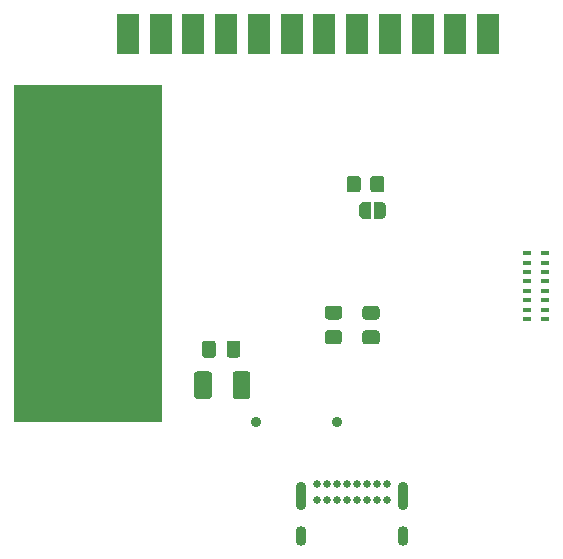
<source format=gbs>
G04 #@! TF.GenerationSoftware,KiCad,Pcbnew,5.1.10*
G04 #@! TF.CreationDate,2021-07-04T17:42:54-04:00*
G04 #@! TF.ProjectId,windpup,77696e64-7075-4702-9e6b-696361645f70,rev?*
G04 #@! TF.SameCoordinates,Original*
G04 #@! TF.FileFunction,Soldermask,Bot*
G04 #@! TF.FilePolarity,Negative*
%FSLAX46Y46*%
G04 Gerber Fmt 4.6, Leading zero omitted, Abs format (unit mm)*
G04 Created by KiCad (PCBNEW 5.1.10) date 2021-07-04 17:42:54*
%MOMM*%
%LPD*%
G01*
G04 APERTURE LIST*
%ADD10C,0.100000*%
%ADD11C,0.900000*%
%ADD12R,0.760000X0.430000*%
%ADD13R,1.846667X3.480000*%
%ADD14O,0.900000X1.700000*%
%ADD15O,0.900000X2.400000*%
%ADD16C,0.650000*%
G04 APERTURE END LIST*
D10*
G36*
X133858000Y-110490000D02*
G01*
X121412000Y-110490000D01*
X121412000Y-82042000D01*
X133858000Y-82042000D01*
X133858000Y-110490000D01*
G37*
X133858000Y-110490000D02*
X121412000Y-110490000D01*
X121412000Y-82042000D01*
X133858000Y-82042000D01*
X133858000Y-110490000D01*
G36*
X151130000Y-93395898D02*
G01*
X151105466Y-93395898D01*
X151056635Y-93391088D01*
X151008510Y-93381516D01*
X150961555Y-93367272D01*
X150916222Y-93348495D01*
X150872949Y-93325364D01*
X150832150Y-93298104D01*
X150794221Y-93266976D01*
X150759524Y-93232279D01*
X150728396Y-93194350D01*
X150701136Y-93153551D01*
X150678005Y-93110278D01*
X150659228Y-93064945D01*
X150644984Y-93017990D01*
X150635412Y-92969865D01*
X150630602Y-92921034D01*
X150630602Y-92896500D01*
X150630000Y-92896500D01*
X150630000Y-92396500D01*
X150630602Y-92396500D01*
X150630602Y-92371966D01*
X150635412Y-92323135D01*
X150644984Y-92275010D01*
X150659228Y-92228055D01*
X150678005Y-92182722D01*
X150701136Y-92139449D01*
X150728396Y-92098650D01*
X150759524Y-92060721D01*
X150794221Y-92026024D01*
X150832150Y-91994896D01*
X150872949Y-91967636D01*
X150916222Y-91944505D01*
X150961555Y-91925728D01*
X151008510Y-91911484D01*
X151056635Y-91901912D01*
X151105466Y-91897102D01*
X151130000Y-91897102D01*
X151130000Y-91896500D01*
X151630000Y-91896500D01*
X151630000Y-93396500D01*
X151130000Y-93396500D01*
X151130000Y-93395898D01*
G37*
G36*
X151930000Y-91896500D02*
G01*
X152430000Y-91896500D01*
X152430000Y-91897102D01*
X152454534Y-91897102D01*
X152503365Y-91901912D01*
X152551490Y-91911484D01*
X152598445Y-91925728D01*
X152643778Y-91944505D01*
X152687051Y-91967636D01*
X152727850Y-91994896D01*
X152765779Y-92026024D01*
X152800476Y-92060721D01*
X152831604Y-92098650D01*
X152858864Y-92139449D01*
X152881995Y-92182722D01*
X152900772Y-92228055D01*
X152915016Y-92275010D01*
X152924588Y-92323135D01*
X152929398Y-92371966D01*
X152929398Y-92396500D01*
X152930000Y-92396500D01*
X152930000Y-92896500D01*
X152929398Y-92896500D01*
X152929398Y-92921034D01*
X152924588Y-92969865D01*
X152915016Y-93017990D01*
X152900772Y-93064945D01*
X152881995Y-93110278D01*
X152858864Y-93153551D01*
X152831604Y-93194350D01*
X152800476Y-93232279D01*
X152765779Y-93266976D01*
X152727850Y-93298104D01*
X152687051Y-93325364D01*
X152643778Y-93348495D01*
X152598445Y-93367272D01*
X152551490Y-93381516D01*
X152503365Y-93391088D01*
X152454534Y-93395898D01*
X152430000Y-93395898D01*
X152430000Y-93396500D01*
X151930000Y-93396500D01*
X151930000Y-91896500D01*
G37*
D11*
X141929000Y-110577000D03*
X148729000Y-110577000D03*
G36*
G01*
X152113000Y-101912000D02*
X151163000Y-101912000D01*
G75*
G02*
X150913000Y-101662000I0J250000D01*
G01*
X150913000Y-100987000D01*
G75*
G02*
X151163000Y-100737000I250000J0D01*
G01*
X152113000Y-100737000D01*
G75*
G02*
X152363000Y-100987000I0J-250000D01*
G01*
X152363000Y-101662000D01*
G75*
G02*
X152113000Y-101912000I-250000J0D01*
G01*
G37*
G36*
G01*
X152113000Y-103987000D02*
X151163000Y-103987000D01*
G75*
G02*
X150913000Y-103737000I0J250000D01*
G01*
X150913000Y-103062000D01*
G75*
G02*
X151163000Y-102812000I250000J0D01*
G01*
X152113000Y-102812000D01*
G75*
G02*
X152363000Y-103062000I0J-250000D01*
G01*
X152363000Y-103737000D01*
G75*
G02*
X152113000Y-103987000I-250000J0D01*
G01*
G37*
G36*
G01*
X148938000Y-103965500D02*
X147988000Y-103965500D01*
G75*
G02*
X147738000Y-103715500I0J250000D01*
G01*
X147738000Y-103040500D01*
G75*
G02*
X147988000Y-102790500I250000J0D01*
G01*
X148938000Y-102790500D01*
G75*
G02*
X149188000Y-103040500I0J-250000D01*
G01*
X149188000Y-103715500D01*
G75*
G02*
X148938000Y-103965500I-250000J0D01*
G01*
G37*
G36*
G01*
X148938000Y-101890500D02*
X147988000Y-101890500D01*
G75*
G02*
X147738000Y-101640500I0J250000D01*
G01*
X147738000Y-100965500D01*
G75*
G02*
X147988000Y-100715500I250000J0D01*
G01*
X148938000Y-100715500D01*
G75*
G02*
X149188000Y-100965500I0J-250000D01*
G01*
X149188000Y-101640500D01*
G75*
G02*
X148938000Y-101890500I-250000J0D01*
G01*
G37*
G36*
G01*
X150777500Y-89973999D02*
X150777500Y-90874001D01*
G75*
G02*
X150527501Y-91124000I-249999J0D01*
G01*
X149827499Y-91124000D01*
G75*
G02*
X149577500Y-90874001I0J249999D01*
G01*
X149577500Y-89973999D01*
G75*
G02*
X149827499Y-89724000I249999J0D01*
G01*
X150527501Y-89724000D01*
G75*
G02*
X150777500Y-89973999I0J-249999D01*
G01*
G37*
G36*
G01*
X152777500Y-89973999D02*
X152777500Y-90874001D01*
G75*
G02*
X152527501Y-91124000I-249999J0D01*
G01*
X151827499Y-91124000D01*
G75*
G02*
X151577500Y-90874001I0J249999D01*
G01*
X151577500Y-89973999D01*
G75*
G02*
X151827499Y-89724000I249999J0D01*
G01*
X152527501Y-89724000D01*
G75*
G02*
X152777500Y-89973999I0J-249999D01*
G01*
G37*
D12*
X164848000Y-101060000D03*
X164848000Y-101860000D03*
X164848000Y-96260000D03*
X164848000Y-97060000D03*
X166368000Y-97060000D03*
X166368000Y-96260000D03*
X166368000Y-101860000D03*
X166368000Y-101060000D03*
X164848000Y-97860000D03*
X164848000Y-100260000D03*
X166368000Y-100260000D03*
X166368000Y-97860000D03*
X164848000Y-99460000D03*
X166368000Y-99460000D03*
X164848000Y-98660000D03*
X166368000Y-98660000D03*
D13*
X161539000Y-77724000D03*
X158769000Y-77724000D03*
X155999000Y-77724000D03*
X153229000Y-77724000D03*
X150459000Y-77724000D03*
X147689000Y-77724000D03*
X144919000Y-77724000D03*
X142149000Y-77724000D03*
X139379000Y-77724000D03*
X136609000Y-77724000D03*
X133839000Y-77724000D03*
X131069000Y-77724000D03*
D14*
X154356000Y-120184000D03*
X145706000Y-120184000D03*
D15*
X154356000Y-116804000D03*
X145706000Y-116804000D03*
D16*
X153011000Y-117149000D03*
X152161000Y-117149000D03*
X151311000Y-117149000D03*
X150461000Y-117149000D03*
X149611000Y-117149000D03*
X148761000Y-117149000D03*
X147911000Y-117149000D03*
X147056000Y-117149000D03*
X153006000Y-115824000D03*
X152156000Y-115824000D03*
X151306000Y-115824000D03*
X150456000Y-115824000D03*
X149606000Y-115824000D03*
X147906000Y-115824000D03*
X147056000Y-115824000D03*
X148756000Y-115824000D03*
G36*
G01*
X139409500Y-104869000D02*
X139409500Y-103919000D01*
G75*
G02*
X139659500Y-103669000I250000J0D01*
G01*
X140334500Y-103669000D01*
G75*
G02*
X140584500Y-103919000I0J-250000D01*
G01*
X140584500Y-104869000D01*
G75*
G02*
X140334500Y-105119000I-250000J0D01*
G01*
X139659500Y-105119000D01*
G75*
G02*
X139409500Y-104869000I0J250000D01*
G01*
G37*
G36*
G01*
X137334500Y-104869000D02*
X137334500Y-103919000D01*
G75*
G02*
X137584500Y-103669000I250000J0D01*
G01*
X138259500Y-103669000D01*
G75*
G02*
X138509500Y-103919000I0J-250000D01*
G01*
X138509500Y-104869000D01*
G75*
G02*
X138259500Y-105119000I-250000J0D01*
G01*
X137584500Y-105119000D01*
G75*
G02*
X137334500Y-104869000I0J250000D01*
G01*
G37*
G36*
G01*
X136664000Y-108367000D02*
X136664000Y-106517000D01*
G75*
G02*
X136914000Y-106267000I250000J0D01*
G01*
X137914000Y-106267000D01*
G75*
G02*
X138164000Y-106517000I0J-250000D01*
G01*
X138164000Y-108367000D01*
G75*
G02*
X137914000Y-108617000I-250000J0D01*
G01*
X136914000Y-108617000D01*
G75*
G02*
X136664000Y-108367000I0J250000D01*
G01*
G37*
G36*
G01*
X139914000Y-108367000D02*
X139914000Y-106517000D01*
G75*
G02*
X140164000Y-106267000I250000J0D01*
G01*
X141164000Y-106267000D01*
G75*
G02*
X141414000Y-106517000I0J-250000D01*
G01*
X141414000Y-108367000D01*
G75*
G02*
X141164000Y-108617000I-250000J0D01*
G01*
X140164000Y-108617000D01*
G75*
G02*
X139914000Y-108367000I0J250000D01*
G01*
G37*
M02*

</source>
